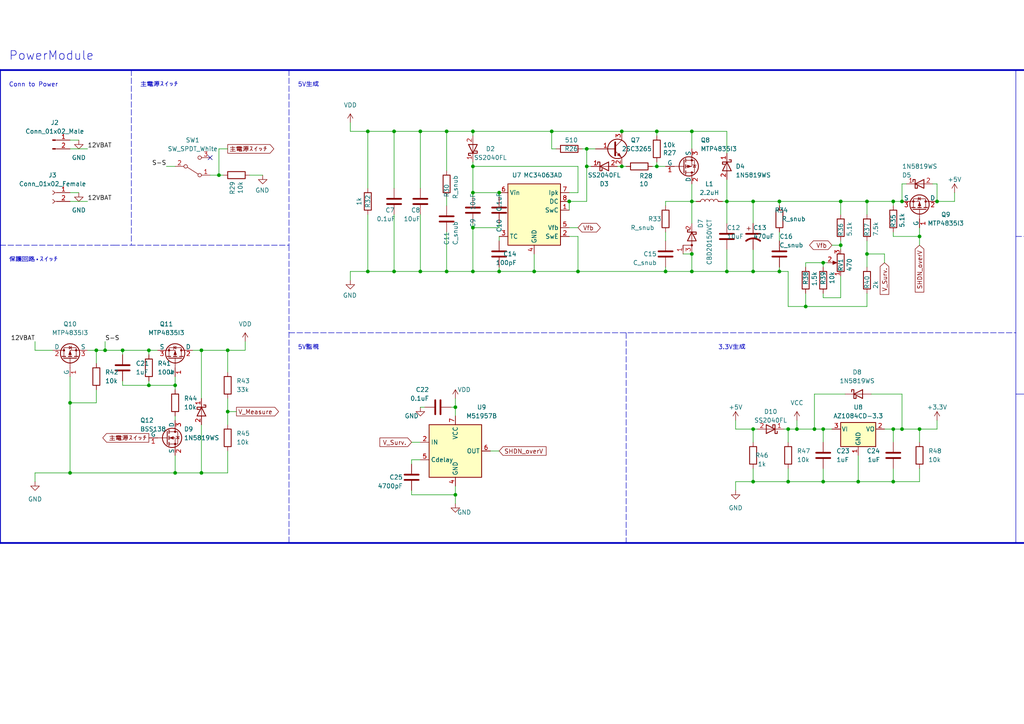
<source format=kicad_sch>
(kicad_sch (version 20230121) (generator eeschema)
  (paper "A4")
  (lib_symbols
    (symbol "Connector:Conn_01x02_Female" (pin_names (offset 1.016) hide)
      (property "Reference" "J" (at 0 2.54 0))
      (property "Value" "Conn_01x02_Female" (at 0 -5.08 0))
      (symbol "Conn_01x02_Female_1_1"
        (pin passive line (at -5.08 0 0) (length 3.81) (name "Pin_1") (number "1"))
        (pin passive line (at -5.08 -2.54 0) (length 3.81) (name "Pin_2") (number "2"))
      )
    )
    (symbol "Connector:Conn_01x02_Male" (pin_names (offset 1.016) hide)
      (property "Reference" "J" (at 0 2.54 0))
      (property "Value" "Conn_01x02_Male" (at 0 -5.08 0))
      (symbol "Conn_01x02_Male_1_1"
        (pin passive line (at 5.08 0 180) (length 3.81) (name "Pin_1") (number "1"))
        (pin passive line (at 5.08 -2.54 180) (length 3.81) (name "Pin_2") (number "2"))
      )
    )
    (symbol "Connector:TestPoint" (pin_numbers hide) (pin_names (offset 0.762) hide)
      (property "Reference" "TP" (at 0 6.858 0))
      (property "Value" "TestPoint" (at 0 5.08 0))
      (symbol "TestPoint_1_1"
        (pin passive line (at 0 0 90) (length 2.54) (name "1") (number "1"))
      )
    )
    (symbol "D_Schottky_1" (pin_names (offset 1.016) hide)
      (property "Reference" "D" (at 0 2.54 0))
      (property "Value" "D_Schottky_1" (at 0 -2.54 0))
      (symbol "D_Schottky_1_1_1"
        (pin passive line (at -3.81 0 0) (length 2.54) (name "K") (number "1"))
        (pin passive line (at 3.81 0 180) (length 2.54) (name "A") (number "2"))
      )
    )
    (symbol "D_Schottky_3" (pin_numbers hide) (pin_names (offset 1.016) hide)
      (property "Reference" "D" (at 0 2.54 0))
      (property "Value" "D_Schottky_3" (at 0 -2.54 0))
      (symbol "D_Schottky_3_1_1"
        (pin passive line (at -3.81 0 0) (length 2.54) (name "K") (number "1"))
        (pin passive line (at 3.81 0 180) (length 2.54) (name "A") (number "2"))
      )
    )
    (symbol "Device:C" (pin_numbers hide) (pin_names (offset 0.254))
      (property "Reference" "C" (at 0.635 2.54 0))
      (property "Value" "C" (at 0.635 -2.54 0))
      (symbol "C_1_1"
        (pin passive line (at 0 3.81 270) (length 2.794) (name "~") (number "1"))
        (pin passive line (at 0 -3.81 90) (length 2.794) (name "~") (number "2"))
      )
    )
    (symbol "Device:C_Polarized" (pin_numbers hide) (pin_names (offset 0.254))
      (property "Reference" "C" (at 0.635 2.54 0))
      (property "Value" "C_Polarized" (at 0.635 -2.54 0))
      (symbol "C_Polarized_1_1"
        (pin passive line (at 0 3.81 270) (length 2.794) (name "~") (number "1"))
        (pin passive line (at 0 -3.81 90) (length 2.794) (name "~") (number "2"))
      )
    )
    (symbol "Device:C_Polarized_US" (pin_numbers hide) (pin_names (offset 0.254) hide)
      (property "Reference" "C" (at 0.635 2.54 0))
      (property "Value" "C_Polarized_US" (at 0.635 -2.54 0))
      (symbol "C_Polarized_US_1_1"
        (pin passive line (at 0 3.81 270) (length 2.794) (name "~") (number "1"))
        (pin passive line (at 0 -3.81 90) (length 3.302) (name "~") (number "2"))
      )
    )
    (symbol "Device:D_Schottky" (pin_names (offset 1.016) hide)
      (property "Reference" "D" (at 0 2.54 0))
      (property "Value" "D_Schottky" (at 0 -2.54 0))
      (symbol "D_Schottky_1_1"
        (pin passive line (at -3.81 0 0) (length 2.54) (name "K") (number "1"))
        (pin passive line (at 3.81 0 180) (length 2.54) (name "A") (number "2"))
      )
    )
    (symbol "Device:D_Schottky_AKA" (pin_names (offset 0) hide)
      (property "Reference" "D" (at 0 2.54 0))
      (property "Value" "D_Schottky_AKA" (at 0 -2.54 0))
      (symbol "D_Schottky_AKA_1_1"
        (pin input line (at 5.08 2.54 180) (length 2.54) (name "A") (number "1"))
        (pin passive line (at -3.81 0 0) (length 2.54) (name "K") (number "2"))
        (pin passive line (at 5.08 0 180) (length 2.54) (name "A") (number "3"))
      )
    )
    (symbol "Device:L" (pin_numbers hide) (pin_names (offset 1.016) hide)
      (property "Reference" "L" (at -1.27 0 90))
      (property "Value" "L" (at 1.905 0 90))
      (symbol "L_1_1"
        (pin passive line (at 0 3.81 270) (length 1.27) (name "1") (number "1"))
        (pin passive line (at 0 -3.81 90) (length 1.27) (name "2") (number "2"))
      )
    )
    (symbol "Device:LED" (pin_numbers hide) (pin_names (offset 1.016) hide)
      (property "Reference" "D" (at 0 2.54 0))
      (property "Value" "LED" (at 0 -2.54 0))
      (symbol "LED_1_1"
        (pin passive line (at -3.81 0 0) (length 2.54) (name "K") (number "1"))
        (pin passive line (at 3.81 0 180) (length 2.54) (name "A") (number "2"))
      )
    )
    (symbol "Device:Q_NPN_BEC" (pin_names (offset 0) hide)
      (property "Reference" "Q" (at 5.08 1.27 0))
      (property "Value" "Q_NPN_BEC" (at 5.08 -1.27 0))
      (symbol "Q_NPN_BEC_1_1"
        (pin input line (at -5.08 0 0) (length 5.715) (name "B") (number "1"))
        (pin passive line (at 2.54 -5.08 90) (length 2.54) (name "E") (number "2"))
        (pin passive line (at 2.54 5.08 270) (length 2.54) (name "C") (number "3"))
      )
    )
    (symbol "Device:Q_PMOS_GDS" (pin_names (offset 0))
      (property "Reference" "Q" (at 5.08 1.27 0))
      (property "Value" "Q_PMOS_GDS" (at 5.08 -1.27 0))
      (symbol "Q_PMOS_GDS_1_1"
        (pin input line (at -5.08 0 0) (length 2.54) (name "G") (number "1"))
        (pin passive line (at 2.54 5.08 270) (length 2.54) (name "D") (number "2"))
        (pin passive line (at 2.54 -5.08 90) (length 2.54) (name "S") (number "3"))
      )
    )
    (symbol "Device:R" (pin_numbers hide) (pin_names (offset 0))
      (property "Reference" "R" (at 2.032 0 90))
      (property "Value" "R" (at 0 0 90))
      (symbol "R_1_1"
        (pin passive line (at 0 3.81 270) (length 1.27) (name "~") (number "1"))
        (pin passive line (at 0 -3.81 90) (length 1.27) (name "~") (number "2"))
      )
    )
    (symbol "Device:R_Potentiometer" (pin_names (offset 1.016) hide)
      (property "Reference" "RV" (at -4.445 0 90))
      (property "Value" "R_Potentiometer" (at -2.54 0 90))
      (symbol "R_Potentiometer_1_1"
        (pin passive line (at 0 3.81 270) (length 1.27) (name "1") (number "1"))
        (pin passive line (at 3.81 0 180) (length 1.27) (name "2") (number "2"))
        (pin passive line (at 0 -3.81 90) (length 1.27) (name "3") (number "3"))
      )
    )
    (symbol "Q_NMOS_GSD_1" (pin_names (offset 0))
      (property "Reference" "Q" (at 5.08 1.27 0))
      (property "Value" "Q_NMOS_GSD_1" (at 5.08 -1.27 0))
      (symbol "Q_NMOS_GSD_1_1_1"
        (pin input line (at -5.08 0 0) (length 2.54) (name "G") (number "1"))
        (pin passive line (at 2.54 -5.08 90) (length 2.54) (name "S") (number "2"))
        (pin passive line (at 2.54 5.08 270) (length 2.54) (name "D") (number "3"))
      )
    )
    (symbol "Regulator_Linear:AMS1117CD-3.3" (pin_names (offset 0.254))
      (property "Reference" "U" (at -3.81 3.175 0))
      (property "Value" "AMS1117CD-3.3" (at 0 3.175 0))
      (symbol "AMS1117CD-3.3_1_1"
        (pin power_in line (at 0 -7.62 90) (length 2.54) (name "GND") (number "1"))
        (pin power_out line (at 7.62 0 180) (length 2.54) (name "VO") (number "2"))
        (pin power_in line (at -7.62 0 0) (length 2.54) (name "VI") (number "3"))
      )
    )
    (symbol "Regulator_Switching:MC34063AD"
      (property "Reference" "U1" (at 0 12.7 0))
      (property "Value" "MC34063AD" (at 0 10.16 0))
      (symbol "MC34063AD_1_1"
        (pin open_collector line (at 10.16 0 180) (length 2.54) (name "SwC") (number "1"))
        (pin open_emitter line (at 10.16 -7.62 180) (length 2.54) (name "SwE") (number "2"))
        (pin passive line (at -10.16 -7.62 0) (length 2.54) (name "TC") (number "3"))
        (pin power_in line (at 0 -12.7 90) (length 2.54) (name "GND") (number "4"))
        (pin input line (at 10.16 -5.08 180) (length 2.54) (name "Vfb") (number "5"))
        (pin power_in line (at -10.16 5.08 0) (length 2.54) (name "Vin") (number "6"))
        (pin input line (at 10.16 5.08 180) (length 2.54) (name "Ipk") (number "7"))
        (pin open_collector line (at 10.16 2.54 180) (length 2.54) (name "DC") (number "8"))
      )
    )
    (symbol "Switch:SW_SPDT" (pin_names (offset 0) hide)
      (property "Reference" "SW" (at 0 4.318 0))
      (property "Value" "SW_SPDT" (at 0 -5.08 0))
      (symbol "SW_SPDT_1_1"
        (pin passive line (at 5.08 2.54 180) (length 2.54) (name "A") (number "1"))
        (pin passive line (at -5.08 0 0) (length 2.54) (name "B") (number "2"))
        (pin passive line (at 5.08 -2.54 180) (length 2.54) (name "C") (number "3"))
      )
    )
    (symbol "Voltage_Supervisor:M51957B"
      (property "Reference" "U" (at -7.62 6.35 0))
      (property "Value" "M51957B" (at 1.27 6.35 0))
      (symbol "M51957B_0_0"
        (pin bidirectional line (at -10.16 -5.08 0) (length 2.54) (name "Cdelay") (number "5"))
        (pin bidirectional line (at 10.16 -2.54 180) (length 2.54) (name "OUT") (number "6"))
        (pin bidirectional line (at 0 7.62 270) (length 2.54) (name "VCC") (number "7"))
        (pin no_connect line (at 10.16 -5.08 180) (length 2.54) hide (name "NC") (number "8"))
      )
      (symbol "M51957B_1_1"
        (pin no_connect line (at 10.16 0 180) (length 2.54) hide (name "NC") (number "1"))
        (pin bidirectional line (at -10.16 0 0) (length 2.54) (name "IN") (number "2"))
        (pin no_connect line (at 10.16 2.54 180) (length 2.54) hide (name "NC") (number "3"))
        (pin bidirectional line (at 0 -12.7 90) (length 2.54) (name "GND") (number "4"))
      )
    )
    (symbol "power:+3.3V" (power) (pin_names (offset 0))
      (property "Value" "+3.3V" (at 0 3.556 0))
      (symbol "+3.3V_1_1"
        (pin power_in line (at 0 0 90) (length 0) hide (name "+3.3V") (number "1"))
      )
    )
    (symbol "power:+5V" (power) (pin_names (offset 0))
      (property "Value" "+5V" (at 0 3.556 0))
      (symbol "+5V_1_1"
        (pin power_in line (at 0 0 90) (length 0) hide (name "+5V") (number "1"))
      )
    )
    (symbol "power:GND" (power) (pin_names (offset 0))
      (property "Value" "GND" (at 0 -3.81 0))
      (symbol "GND_1_1"
        (pin power_in line (at 0 0 270) (length 0) hide (name "GND") (number "1"))
      )
    )
    (symbol "power:VCC" (power) (pin_names (offset 0))
      (property "Value" "VCC" (at 0 3.81 0))
      (symbol "VCC_1_1"
        (pin power_in line (at 0 0 90) (length 0) hide (name "VCC") (number "1"))
      )
    )
    (symbol "power:VDD" (power) (pin_names (offset 0))
      (property "Value" "VDD" (at 0 3.81 0))
      (symbol "VDD_1_1"
        (pin power_in line (at 0 0 90) (length 0) hide (name "VDD") (number "1"))
      )
    )
  )
  (junction (at 137.16 48.26))
  (junction (at 190.5 48.26))
  (junction (at 50.8 111.76))
  (junction (at 251.46 73.66))
  (junction (at 20.32 116.84))
  (junction (at 121.92 38.1))
  (junction (at 20.32 137.16))
  (junction (at 121.92 78.74))
  (junction (at 259.08 124.46))
  (junction (at 137.16 38.1))
  (junction (at 233.68 88.9))
  (junction (at 137.16 66.04))
  (junction (at 154.94 78.74))
  (junction (at 50.8 137.16))
  (junction (at 180.34 48.26))
  (junction (at 167.64 78.74))
  (junction (at 165.1 58.42))
  (junction (at 106.68 78.74))
  (junction (at 226.06 78.74))
  (junction (at 144.78 55.88))
  (junction (at 58.42 101.6))
  (junction (at 231.14 124.46))
  (junction (at 30.48 101.6))
  (junction (at 226.06 58.42))
  (junction (at 238.76 76.2))
  (junction (at 266.7 124.46))
  (junction (at 160.02 38.1))
  (junction (at 243.84 71.12))
  (junction (at 58.42 137.16))
  (junction (at 43.18 111.76))
  (junction (at 43.18 101.6))
  (junction (at 66.04 101.6))
  (junction (at 63.5 50.8))
  (junction (at 66.04 119.38))
  (junction (at 200.66 73.66))
  (junction (at 238.76 139.7))
  (junction (at 137.16 78.74))
  (junction (at 228.6 139.7))
  (junction (at 132.08 118.11))
  (junction (at 210.82 78.74))
  (junction (at 218.44 139.7))
  (junction (at 193.04 78.74))
  (junction (at 137.16 55.88))
  (junction (at 144.78 78.74))
  (junction (at 106.68 38.1))
  (junction (at 238.76 124.46))
  (junction (at 200.66 58.42))
  (junction (at 271.78 58.42))
  (junction (at 200.66 38.1))
  (junction (at 180.34 38.1))
  (junction (at 129.54 38.1))
  (junction (at 251.46 58.42))
  (junction (at 243.84 58.42))
  (junction (at 114.3 38.1))
  (junction (at 236.22 124.46))
  (junction (at 114.3 78.74))
  (junction (at 27.94 101.6))
  (junction (at 190.5 38.1))
  (junction (at 132.08 143.51))
  (junction (at 218.44 124.46))
  (junction (at 261.62 124.46))
  (junction (at 170.18 48.26))
  (junction (at 35.56 101.6))
  (junction (at 218.44 78.74))
  (junction (at 259.08 139.7))
  (junction (at 228.6 124.46))
  (junction (at 266.7 68.58))
  (junction (at 218.44 58.42))
  (junction (at 261.62 58.42))
  (junction (at 200.66 78.74))
  (junction (at 259.08 58.42))
  (junction (at 248.92 139.7))
  (junction (at 129.54 78.74))
  (junction (at 210.82 58.42))
  (junction (at 170.18 43.18))
  (no_connect (at 60.96 45.72))
  (wire (pts (xy 218.44 58.42) (xy 218.44 64.77)))
  (wire (pts (xy 226.06 58.42) (xy 243.84 58.42)))
  (wire (pts (xy 114.3 78.74) (xy 121.92 78.74)))
  (wire (pts (xy 327.66 95.25) (xy 327.66 96.52)))
  (wire (pts (xy 243.84 80.01) (xy 243.84 86.36)))
  (wire (pts (xy 50.8 109.22) (xy 50.8 111.76)))
  (wire (pts (xy 218.44 124.46) (xy 219.71 124.46)))
  (wire (pts (xy 137.16 38.1) (xy 160.02 38.1)))
  (wire (pts (xy 20.32 137.16) (xy 50.8 137.16)))
  (wire (pts (xy 218.44 124.46) (xy 218.44 128.27)))
  (polyline (pts (xy 0 71.12) (xy 33.02 71.12)) (stroke (width 0) (type dash)))
  (wire (pts (xy 193.04 59.69) (xy 193.04 58.42)))
  (wire (pts (xy 121.92 38.1) (xy 121.92 54.61)))
  (wire (pts (xy 259.08 139.7) (xy 266.7 139.7)))
  (wire (pts (xy 154.94 73.66) (xy 154.94 78.74)))
  (polyline (pts (xy 0 20.32) (xy 375.92 20.32)) (stroke (width 0.5) (type solid)))
  (wire (pts (xy 259.08 58.42) (xy 261.62 58.42)))
  (wire (pts (xy 200.66 58.42) (xy 200.66 64.77)))
  (wire (pts (xy 179.07 48.26) (xy 180.34 48.26)))
  (wire (pts (xy 101.6 78.74) (xy 106.68 78.74)))
  (wire (pts (xy 167.64 55.88) (xy 167.64 48.26)))
  (wire (pts (xy 144.78 78.74) (xy 154.94 78.74)))
  (wire (pts (xy 114.3 38.1) (xy 121.92 38.1)))
  (wire (pts (xy 132.08 115.57) (xy 132.08 118.11)))
  (wire (pts (xy 170.18 48.26) (xy 170.18 58.42)))
  (wire (pts (xy 119.38 128.27) (xy 121.92 128.27)))
  (wire (pts (xy 129.54 67.31) (xy 129.54 78.74)))
  (wire (pts (xy 218.44 139.7) (xy 218.44 135.89)))
  (wire (pts (xy 218.44 58.42) (xy 226.06 58.42)))
  (wire (pts (xy 137.16 78.74) (xy 144.78 78.74)))
  (wire (pts (xy 144.78 77.47) (xy 144.78 78.74)))
  (wire (pts (xy 160.02 38.1) (xy 160.02 43.18)))
  (wire (pts (xy 43.18 111.76) (xy 50.8 111.76)))
  (wire (pts (xy 231.14 124.46) (xy 236.22 124.46)))
  (wire (pts (xy 66.04 101.6) (xy 71.12 101.6)))
  (wire (pts (xy 236.22 124.46) (xy 238.76 124.46)))
  (wire (pts (xy 66.04 130.81) (xy 66.04 137.16)))
  (wire (pts (xy 210.82 52.07) (xy 210.82 58.42)))
  (wire (pts (xy 256.54 124.46) (xy 259.08 124.46)))
  (wire (pts (xy 72.39 50.8) (xy 76.2 50.8)))
  (wire (pts (xy 35.56 101.6) (xy 35.56 102.87)))
  (wire (pts (xy 243.84 58.42) (xy 251.46 58.42)))
  (wire (pts (xy 193.04 67.31) (xy 193.04 69.85)))
  (polyline (pts (xy 294.64 114.3) (xy 375.92 114.3)) (stroke (width 0) (type solid)))
  (wire (pts (xy 10.16 99.06) (xy 10.16 101.6)))
  (wire (pts (xy 238.76 76.2) (xy 240.03 76.2)))
  (wire (pts (xy 121.92 78.74) (xy 129.54 78.74)))
  (wire (pts (xy 228.6 135.89) (xy 228.6 139.7)))
  (wire (pts (xy 251.46 58.42) (xy 259.08 58.42)))
  (wire (pts (xy 327.66 86.36) (xy 327.66 87.63)))
  (wire (pts (xy 137.16 38.1) (xy 137.16 39.37)))
  (wire (pts (xy 200.66 78.74) (xy 210.82 78.74)))
  (polyline (pts (xy 375.92 157.48) (xy 0 157.48)) (stroke (width 0.5) (type solid)))
  (wire (pts (xy 210.82 72.39) (xy 210.82 78.74)))
  (wire (pts (xy 317.5 86.36) (xy 317.5 87.63)))
  (wire (pts (xy 106.68 38.1) (xy 106.68 54.61)))
  (wire (pts (xy 58.42 101.6) (xy 66.04 101.6)))
  (polyline (pts (xy 33.02 71.12) (xy 83.82 71.12)) (stroke (width 0) (type dash)))
  (wire (pts (xy 170.18 43.18) (xy 172.72 43.18)))
  (wire (pts (xy 137.16 66.04) (xy 144.78 66.04)))
  (wire (pts (xy 259.08 124.46) (xy 259.08 128.27)))
  (wire (pts (xy 213.36 139.7) (xy 218.44 139.7)))
  (wire (pts (xy 101.6 78.74) (xy 101.6 81.28)))
  (wire (pts (xy 170.18 58.42) (xy 165.1 58.42)))
  (wire (pts (xy 119.38 143.51) (xy 132.08 143.51)))
  (wire (pts (xy 233.68 85.09) (xy 233.68 88.9)))
  (wire (pts (xy 317.5 95.25) (xy 317.5 96.52)))
  (polyline (pts (xy 294.64 96.52) (xy 294.64 20.32)) (stroke (width 0) (type solid)))
  (wire (pts (xy 251.46 58.42) (xy 251.46 62.23)))
  (wire (pts (xy 243.84 69.85) (xy 243.84 71.12)))
  (wire (pts (xy 358.14 137.16) (xy 363.22 137.16)))
  (wire (pts (xy 198.12 73.66) (xy 200.66 73.66)))
  (wire (pts (xy 251.46 73.66) (xy 256.54 73.66)))
  (wire (pts (xy 43.18 101.6) (xy 43.18 102.87)))
  (wire (pts (xy 35.56 111.76) (xy 43.18 111.76)))
  (wire (pts (xy 337.82 95.25) (xy 337.82 96.52)))
  (wire (pts (xy 193.04 77.47) (xy 193.04 78.74)))
  (wire (pts (xy 200.66 38.1) (xy 200.66 43.18)))
  (wire (pts (xy 132.08 143.51) (xy 132.08 146.05)))
  (wire (pts (xy 144.78 57.15) (xy 144.78 55.88)))
  (wire (pts (xy 167.64 78.74) (xy 193.04 78.74)))
  (wire (pts (xy 137.16 48.26) (xy 137.16 55.88)))
  (wire (pts (xy 30.48 101.6) (xy 35.56 101.6)))
  (wire (pts (xy 121.92 38.1) (xy 129.54 38.1)))
  (wire (pts (xy 200.66 78.74) (xy 200.66 73.66)))
  (wire (pts (xy 218.44 78.74) (xy 226.06 78.74)))
  (wire (pts (xy 213.36 139.7) (xy 213.36 142.24)))
  (wire (pts (xy 106.68 78.74) (xy 114.3 78.74)))
  (wire (pts (xy 266.7 66.04) (xy 266.7 68.58)))
  (wire (pts (xy 271.78 121.92) (xy 271.78 124.46)))
  (wire (pts (xy 210.82 58.42) (xy 210.82 64.77)))
  (wire (pts (xy 58.42 123.19) (xy 58.42 137.16)))
  (wire (pts (xy 50.8 111.76) (xy 50.8 113.03)))
  (wire (pts (xy 243.84 62.23) (xy 243.84 58.42)))
  (wire (pts (xy 137.16 46.99) (xy 137.16 48.26)))
  (wire (pts (xy 190.5 38.1) (xy 200.66 38.1)))
  (wire (pts (xy 233.68 76.2) (xy 233.68 77.47)))
  (wire (pts (xy 114.3 38.1) (xy 114.3 54.61)))
  (wire (pts (xy 50.8 137.16) (xy 58.42 137.16)))
  (wire (pts (xy 226.06 59.69) (xy 226.06 58.42)))
  (wire (pts (xy 251.46 88.9) (xy 233.68 88.9)))
  (wire (pts (xy 259.08 135.89) (xy 259.08 139.7)))
  (wire (pts (xy 35.56 110.49) (xy 35.56 111.76)))
  (wire (pts (xy 259.08 124.46) (xy 261.62 124.46)))
  (wire (pts (xy 114.3 62.23) (xy 114.3 78.74)))
  (wire (pts (xy 119.38 142.24) (xy 119.38 143.51)))
  (wire (pts (xy 137.16 48.26) (xy 167.64 48.26)))
  (wire (pts (xy 60.96 50.8) (xy 63.5 50.8)))
  (wire (pts (xy 180.34 48.26) (xy 181.61 48.26)))
  (wire (pts (xy 66.04 115.57) (xy 66.04 119.38)))
  (wire (pts (xy 271.78 53.34) (xy 271.78 58.42)))
  (wire (pts (xy 238.76 124.46) (xy 238.76 128.27)))
  (wire (pts (xy 213.36 121.92) (xy 213.36 124.46)))
  (wire (pts (xy 48.26 48.26) (xy 50.8 48.26)))
  (wire (pts (xy 130.81 118.11) (xy 132.08 118.11)))
  (wire (pts (xy 180.34 38.1) (xy 190.5 38.1)))
  (wire (pts (xy 322.58 53.34) (xy 326.39 53.34)))
  (wire (pts (xy 347.98 95.25) (xy 347.98 96.52)))
  (wire (pts (xy 270.51 53.34) (xy 271.78 53.34)))
  (wire (pts (xy 43.18 110.49) (xy 43.18 111.76)))
  (wire (pts (xy 259.08 68.58) (xy 266.7 68.58)))
  (wire (pts (xy 193.04 48.26) (xy 190.5 48.26)))
  (wire (pts (xy 210.82 58.42) (xy 218.44 58.42)))
  (wire (pts (xy 251.46 69.85) (xy 251.46 73.66)))
  (wire (pts (xy 190.5 46.99) (xy 190.5 48.26)))
  (wire (pts (xy 137.16 55.88) (xy 137.16 57.15)))
  (wire (pts (xy 231.14 121.92) (xy 231.14 124.46)))
  (wire (pts (xy 337.82 134.62) (xy 337.82 137.16)))
  (wire (pts (xy 210.82 44.45) (xy 210.82 38.1)))
  (wire (pts (xy 228.6 124.46) (xy 231.14 124.46)))
  (wire (pts (xy 165.1 66.04) (xy 167.64 66.04)))
  (wire (pts (xy 189.23 48.26) (xy 190.5 48.26)))
  (wire (pts (xy 27.94 113.03) (xy 27.94 116.84)))
  (polyline (pts (xy 294.64 96.52) (xy 294.64 157.48)) (stroke (width 0) (type solid)))
  (wire (pts (xy 50.8 132.08) (xy 50.8 137.16)))
  (wire (pts (xy 226.06 67.31) (xy 226.06 69.85)))
  (wire (pts (xy 347.98 86.36) (xy 347.98 87.63)))
  (wire (pts (xy 129.54 38.1) (xy 129.54 49.53)))
  (wire (pts (xy 167.64 68.58) (xy 167.64 78.74)))
  (wire (pts (xy 165.1 60.96) (xy 165.1 58.42)))
  (wire (pts (xy 144.78 68.58) (xy 144.78 69.85)))
  (wire (pts (xy 190.5 38.1) (xy 190.5 39.37)))
  (wire (pts (xy 137.16 66.04) (xy 137.16 78.74)))
  (polyline (pts (xy 83.82 20.32) (xy 83.82 71.12)) (stroke (width 0) (type dash)))
  (wire (pts (xy 233.68 88.9) (xy 228.6 88.9)))
  (wire (pts (xy 27.94 116.84) (xy 20.32 116.84)))
  (wire (pts (xy 142.24 130.81) (xy 144.78 130.81)))
  (polyline (pts (xy 38.1 20.32) (xy 38.1 71.12)) (stroke (width 0) (type dash)))
  (wire (pts (xy 66.04 119.38) (xy 68.58 119.38)))
  (polyline (pts (xy 181.61 96.52) (xy 181.61 157.48)) (stroke (width 0) (type dash)))
  (wire (pts (xy 261.62 114.3) (xy 261.62 124.46)))
  (wire (pts (xy 261.62 53.34) (xy 261.62 58.42)))
  (wire (pts (xy 63.5 43.18) (xy 63.5 50.8)))
  (polyline (pts (xy 294.64 68.58) (xy 375.92 68.58)) (stroke (width 0) (type dash)))
  (wire (pts (xy 226.06 78.74) (xy 228.6 78.74)))
  (wire (pts (xy 266.7 135.89) (xy 266.7 139.7)))
  (wire (pts (xy 213.36 124.46) (xy 218.44 124.46)))
  (wire (pts (xy 344.17 53.34) (xy 347.98 53.34)))
  (wire (pts (xy 256.54 73.66) (xy 256.54 76.2)))
  (wire (pts (xy 170.18 48.26) (xy 171.45 48.26)))
  (wire (pts (xy 210.82 78.74) (xy 218.44 78.74)))
  (wire (pts (xy 193.04 58.42) (xy 200.66 58.42)))
  (wire (pts (xy 238.76 139.7) (xy 248.92 139.7)))
  (wire (pts (xy 160.02 43.18) (xy 161.29 43.18)))
  (wire (pts (xy 261.62 124.46) (xy 266.7 124.46)))
  (wire (pts (xy 317.5 134.62) (xy 317.5 137.16)))
  (wire (pts (xy 344.17 38.1) (xy 347.98 38.1)))
  (wire (pts (xy 334.01 53.34) (xy 336.55 53.34)))
  (wire (pts (xy 248.92 132.08) (xy 248.92 139.7)))
  (wire (pts (xy 243.84 71.12) (xy 241.3 71.12)))
  (wire (pts (xy 271.78 58.42) (xy 276.86 58.42)))
  (wire (pts (xy 63.5 50.8) (xy 64.77 50.8)))
  (wire (pts (xy 259.08 67.31) (xy 259.08 68.58)))
  (wire (pts (xy 58.42 137.16) (xy 66.04 137.16)))
  (wire (pts (xy 137.16 66.04) (xy 137.16 64.77)))
  (wire (pts (xy 160.02 38.1) (xy 180.34 38.1)))
  (wire (pts (xy 236.22 114.3) (xy 245.11 114.3)))
  (wire (pts (xy 251.46 73.66) (xy 251.46 77.47)))
  (wire (pts (xy 238.76 86.36) (xy 238.76 85.09)))
  (wire (pts (xy 106.68 38.1) (xy 114.3 38.1)))
  (wire (pts (xy 276.86 55.88) (xy 276.86 58.42)))
  (wire (pts (xy 168.91 43.18) (xy 170.18 43.18)))
  (wire (pts (xy 119.38 133.35) (xy 121.92 133.35)))
  (wire (pts (xy 262.89 53.34) (xy 261.62 53.34)))
  (wire (pts (xy 20.32 109.22) (xy 20.32 116.84)))
  (wire (pts (xy 30.48 99.06) (xy 30.48 101.6)))
  (wire (pts (xy 238.76 124.46) (xy 241.3 124.46)))
  (wire (pts (xy 66.04 101.6) (xy 66.04 107.95)))
  (wire (pts (xy 20.32 116.84) (xy 20.32 137.16)))
  (wire (pts (xy 66.04 43.18) (xy 63.5 43.18)))
  (wire (pts (xy 200.66 58.42) (xy 201.93 58.42)))
  (wire (pts (xy 101.6 38.1) (xy 106.68 38.1)))
  (wire (pts (xy 10.16 137.16) (xy 10.16 139.7)))
  (wire (pts (xy 266.7 124.46) (xy 271.78 124.46)))
  (wire (pts (xy 167.64 78.74) (xy 154.94 78.74)))
  (wire (pts (xy 238.76 135.89) (xy 238.76 139.7)))
  (polyline (pts (xy 83.82 71.12) (xy 83.82 157.48)) (stroke (width 0) (type dash)))
  (wire (pts (xy 228.6 139.7) (xy 238.76 139.7)))
  (wire (pts (xy 144.78 64.77) (xy 144.78 66.04)))
  (wire (pts (xy 327.66 134.62) (xy 327.66 137.16)))
  (wire (pts (xy 20.32 43.18) (xy 25.4 43.18)))
  (wire (pts (xy 170.18 43.18) (xy 170.18 48.26)))
  (wire (pts (xy 20.32 58.42) (xy 25.4 58.42)))
  (polyline (pts (xy 83.82 96.52) (xy 294.64 96.52)) (stroke (width 0) (type dash)))
  (wire (pts (xy 228.6 88.9) (xy 228.6 78.74)))
  (wire (pts (xy 251.46 85.09) (xy 251.46 88.9)))
  (wire (pts (xy 71.12 99.06) (xy 71.12 101.6)))
  (wire (pts (xy 20.32 40.64) (xy 22.86 40.64)))
  (wire (pts (xy 58.42 101.6) (xy 58.42 115.57)))
  (wire (pts (xy 27.94 101.6) (xy 27.94 105.41)))
  (wire (pts (xy 266.7 68.58) (xy 266.7 71.12)))
  (wire (pts (xy 35.56 101.6) (xy 43.18 101.6)))
  (wire (pts (xy 347.98 134.62) (xy 347.98 137.16)))
  (wire (pts (xy 10.16 101.6) (xy 15.24 101.6)))
  (wire (pts (xy 200.66 53.34) (xy 200.66 58.42)))
  (wire (pts (xy 25.4 101.6) (xy 27.94 101.6)))
  (wire (pts (xy 266.7 124.46) (xy 266.7 128.27)))
  (wire (pts (xy 165.1 68.58) (xy 167.64 68.58)))
  (wire (pts (xy 20.32 137.16) (xy 10.16 137.16)))
  (wire (pts (xy 193.04 78.74) (xy 200.66 78.74)))
  (wire (pts (xy 119.38 134.62) (xy 119.38 133.35)))
  (wire (pts (xy 129.54 38.1) (xy 137.16 38.1)))
  (wire (pts (xy 210.82 38.1) (xy 200.66 38.1)))
  (wire (pts (xy 129.54 57.15) (xy 129.54 59.69)))
  (wire (pts (xy 252.73 114.3) (xy 261.62 114.3)))
  (wire (pts (xy 228.6 139.7) (xy 218.44 139.7)))
  (wire (pts (xy 101.6 35.56) (xy 101.6 38.1)))
  (wire (pts (xy 50.8 120.65) (xy 50.8 121.92)))
  (wire (pts (xy 121.92 118.11) (xy 123.19 118.11)))
  (wire (pts (xy 322.58 38.1) (xy 326.39 38.1)))
  (wire (pts (xy 209.55 58.42) (xy 210.82 58.42)))
  (wire (pts (xy 20.32 55.88) (xy 22.86 55.88)))
  (wire (pts (xy 259.08 58.42) (xy 259.08 59.69)))
  (wire (pts (xy 132.08 118.11) (xy 132.08 120.65)))
  (wire (pts (xy 106.68 62.23) (xy 106.68 78.74)))
  (wire (pts (xy 243.84 71.12) (xy 243.84 72.39)))
  (wire (pts (xy 218.44 78.74) (xy 218.44 72.39)))
  (wire (pts (xy 248.92 139.7) (xy 259.08 139.7)))
  (wire (pts (xy 243.84 86.36) (xy 238.76 86.36)))
  (wire (pts (xy 27.94 101.6) (xy 30.48 101.6)))
  (wire (pts (xy 121.92 62.23) (xy 121.92 78.74)))
  (wire (pts (xy 43.18 101.6) (xy 45.72 101.6)))
  (wire (pts (xy 337.82 86.36) (xy 337.82 87.63)))
  (polyline (pts (xy 0 157.48) (xy 0 20.32)) (stroke (width 0.5) (type solid)))
  (wire (pts (xy 137.16 55.88) (xy 144.78 55.88)))
  (wire (pts (xy 228.6 124.46) (xy 228.6 128.27)))
  (wire (pts (xy 236.22 114.3) (xy 236.22 124.46)))
  (wire (pts (xy 55.88 101.6) (xy 58.42 101.6)))
  (wire (pts (xy 66.04 119.38) (xy 66.04 123.19)))
  (wire (pts (xy 132.08 140.97) (xy 132.08 143.51)))
  (wire (pts (xy 226.06 77.47) (xy 226.06 78.74)))
  (polyline (pts (xy 375.92 20.32) (xy 375.92 157.48)) (stroke (width 0.5) (type solid)))
  (wire (pts (xy 129.54 78.74) (xy 137.16 78.74)))
  (wire (pts (xy 227.33 124.46) (xy 228.6 124.46)))
  (wire (pts (xy 238.76 76.2) (xy 238.76 77.47)))
  (wire (pts (xy 334.01 38.1) (xy 336.55 38.1)))
  (wire (pts (xy 167.64 55.88) (xy 165.1 55.88)))
  (wire (pts (xy 233.68 76.2) (xy 238.76 76.2)))
  (text "Capacitor" (at 297.18 73.66 0) (effects (font (size 1.27 1.27)) (justify left bottom)))
  (text "TestPoint" (at 297.18 119.38 0) (effects (font (size 1.27 1.27)) (justify left bottom)))
  (text "保護回路・スイッチ" (at 2.54 76.2 0) (effects (font (size 1.27 1.27)) (justify left bottom)))
  (text "5V生成" (at 86.36 25.4 0) (effects (font (size 1.27 1.27)) (justify left bottom)))
  (text "PowerModule" (at 2.54 17.78 0) (effects (font (size 2.54 2.54)) (justify left bottom)))
  (text "5V監視" (at 86.36 101.6 0) (effects (font (size 1.27 1.27)) (justify left bottom)))
  (text "主電源スイッチ" (at 40.64 25.4 0) (effects (font (size 1.27 1.27)) (justify left bottom)))
  (text "インジケーターLED" (at 297.18 25.4 0) (effects (font (size 1.27 1.27)) (justify left bottom)))
  (text "3.3V生成" (at 208.28 101.6 0) (effects (font (size 1.27 1.27)) (justify left bottom)))
  (text "Conn to Power" (at 2.54 25.4 0) (effects (font (size 1.27 1.27)) (justify left bottom)))
  (label "12VBAT" (at 10.16 99.06 180))
  (label "12VBAT" (at 25.4 43.18 0))
  (label "12VBAT" (at 25.4 58.42 0))
  (label "S-S" (at 30.48 99.06 0))
  (label "S-S" (at 48.26 48.26 180))
  (global_label "V_Surv." (shape input) (at 119.38 128.27 180) (property "Intersheetrefs" "${INTERSHEET_REFS}" (effects hide)))
  (global_label "V_Surv." (shape input) (at 256.54 76.2 270) (property "Intersheetrefs" "${INTERSHEET_REFS}" (effects hide)))
  (global_label "SHDN_overV" (shape input) (at 266.7 71.12 270) (property "Intersheetrefs" "${INTERSHEET_REFS}" (effects hide)))
  (global_label "V_Measure" (shape output) (at 68.58 119.38 0) (property "Intersheetrefs" "${INTERSHEET_REFS}" (effects hide)))
  (global_label "SHDN_overV" (shape input) (at 144.78 130.81 0) (property "Intersheetrefs" "${INTERSHEET_REFS}" (effects hide)))
  (global_label "主電源スイッチ" (shape output) (at 43.18 127 180) (property "Intersheetrefs" "${INTERSHEET_REFS}" (effects hide)))
  (global_label "Vfb" (shape bidirectional) (at 241.3 71.12 180) (property "Intersheetrefs" "${INTERSHEET_REFS}" (effects hide)))
  (global_label "Vfb" (shape bidirectional) (at 167.64 66.04 0) (property "Intersheetrefs" "${INTERSHEET_REFS}" (effects hide)))
  (global_label "主電源スイッチ" (shape output) (at 66.04 43.18 0) (property "Intersheetrefs" "${INTERSHEET_REFS}" (effects hide)))
  (symbol (lib_name "Q_NMOS_GSD_1") (lib_id "Device:Q_NMOS_GSD") (at 48.26 127 0) (unit 1)
    (property "Reference" "Q12" (at 40.64 121.92 0) (effects (justify left)))
    (property "Value" "BSS138" (at 40.64 124.46 0) (effects (justify left)))
    (property "Footprint" "Package_TO_SOT_SMD:SOT-23" (effects hide))
  )
  (symbol (lib_id "power:+3.3V") (at 271.78 121.92 0) (unit 1)
    (property "Reference" "#PWR044" (effects hide))
    (property "Value" "+3.3V" (at 271.78 118.11 0))
  )
  (symbol (lib_id "Connector:TestPoint") (at 327.66 137.16 180) (unit 1)
    (property "Reference" "TP2" (at 327.66 144.78 0) (effects (justify left)))
    (property "Value" "TestPoint" (at 327.66 142.24 0) (effects (justify left)))
    (property "Footprint" "TestPoint:TestPoint_THTPad_D2.0mm_Drill1.0mm" (effects hide))
  )
  (symbol (lib_id "Switch:SW_SPDT") (at 55.88 48.26 0) (mirror x) (unit 1)
    (property "Reference" "SW1" (at 55.88 40.64 0))
    (property "Value" "SW_SPDT_White" (at 55.88 43.18 0))
    (property "Footprint" "Slide_Switch:SW_Slide_SPDT_White" (effects hide))
  )
  (symbol (lib_id "Device:D_Schottky_AKA") (at 200.66 68.58 90) (mirror x) (unit 1)
    (property "Reference" "D7" (at 203.2 63.5 0) (effects (justify left)))
    (property "Value" "CBD20150VCT" (at 205.74 63.5 0) (effects (justify left)))
    (property "Footprint" "Package_TO_SOT_THT:TO-220-3_Horizontal_TabDown" (effects hide))
  )
  (symbol (lib_id "Device:R") (at 330.2 38.1 270) (mirror x) (unit 1)
    (property "Reference" "R25" (at 330.2 43.18 90))
    (property "Value" "1k" (at 330.2 40.64 90))
    (property "Footprint" "Resistor_SMD:R_0402_1005Metric" (effects hide))
  )
  (symbol (lib_id "Device:C_Polarized_US") (at 218.44 68.58 0) (unit 1)
    (property "Reference" "C13" (at 218.44 66.04 0) (effects (justify left)))
    (property "Value" "470uF" (at 218.44 68.58 0) (effects (justify left)))
    (property "Footprint" "Capacitor_THT:CP_Radial_D10.0mm_P2.50mm_P5.00mm" (effects hide))
  )
  (symbol (lib_name "D_Schottky_3") (lib_id "Device:D_Schottky") (at 248.92 114.3 0) (unit 1)
    (property "Reference" "D8" (at 248.6025 107.95 0))
    (property "Value" "1N5819WS" (at 248.6025 110.49 0))
    (property "Footprint" "Diode_SMD:D_SOD-323_HandSoldering" (effects hide))
  )
  (symbol (lib_id "Regulator_Switching:MC34063AD") (at 154.94 60.96 0) (unit 1)
    (property "Reference" "U7" (at 149.86 50.8 0))
    (property "Value" "MC34063AD" (at 157.48 50.8 0))
    (property "Footprint" "Package_SO:SOIC-8_3.9x4.9mm_P1.27mm" (effects hide))
    (property "Datasheet" "http://www.onsemi.com/pub_link/Collateral/MC34063A-D.PDF" (effects hide))
  )
  (symbol (lib_id "power:GND") (at 317.5 96.52 0) (mirror y) (unit 1)
    (property "Reference" "#PWR035" (effects hide))
    (property "Value" "GND" (at 317.5 101.6 0))
  )
  (symbol (lib_id "Device:C") (at 144.78 73.66 0) (mirror x) (unit 1)
    (property "Reference" "C14" (at 149.86 73.66 0) (effects (justify right)))
    (property "Value" "100pF" (at 149.86 76.2 0) (effects (justify right)))
    (property "Footprint" "Capacitor_SMD:C_0603_1608Metric" (effects hide))
  )
  (symbol (lib_id "Device:C") (at 193.04 73.66 0) (mirror x) (unit 1)
    (property "Reference" "C15" (at 190.5 73.66 0) (effects (justify right)))
    (property "Value" "C_snub" (at 190.5 76.2 0) (effects (justify right)))
    (property "Footprint" "Capacitor_SMD:C_0603_1608Metric" (effects hide))
  )
  (symbol (lib_id "Device:C_Polarized") (at 337.82 91.44 0) (unit 1)
    (property "Reference" "C19" (at 340.36 91.44 0) (effects (justify left)))
    (property "Value" "470uF" (at 340.36 93.98 0) (effects (justify left)))
    (property "Footprint" "Capacitor_SMD:C_Elec_8x10.2" (effects hide))
  )
  (symbol (lib_id "power:VCC") (at 231.14 121.92 0) (mirror y) (unit 1)
    (property "Reference" "#PWR043" (effects hide))
    (property "Value" "VCC" (at 231.14 116.84 0))
  )
  (symbol (lib_id "Connector:TestPoint") (at 347.98 137.16 180) (unit 1)
    (property "Reference" "TP4" (at 347.98 144.78 0) (effects (justify left)))
    (property "Value" "TestPoint" (at 347.98 142.24 0) (effects (justify left)))
    (property "Footprint" "TestPoint:TestPoint_THTPad_D2.0mm_Drill1.0mm" (effects hide))
  )
  (symbol (lib_id "Device:L") (at 205.74 58.42 90) (unit 1)
    (property "Reference" "L1" (at 205.74 53.34 90))
    (property "Value" "2.2uH" (at 205.74 55.88 90))
    (property "Footprint" "Inductor_Power:ETQ-P4M_KVK" (effects hide))
  )
  (symbol (lib_id "Device:C") (at 119.38 138.43 0) (mirror x) (unit 1)
    (property "Reference" "C25" (at 116.84 138.43 0) (effects (justify right)))
    (property "Value" "4700pF" (at 116.84 140.97 0) (effects (justify right)))
    (property "Footprint" "Capacitor_SMD:C_0603_1608Metric" (effects hide))
  )
  (symbol (lib_id "power:GND") (at 22.86 55.88 0) (unit 1)
    (property "Reference" "#PWR028" (effects hide))
    (property "Value" "GND" (at 22.86 60.96 0))
  )
  (symbol (lib_id "Device:C") (at 259.08 132.08 0) (mirror y) (unit 1)
    (property "Reference" "C24" (at 255.27 130.8099 0) (effects (justify left)))
    (property "Value" "1uF" (at 255.27 133.3499 0) (effects (justify left)))
    (property "Footprint" "Capacitor_SMD:C_0402_1005Metric" (effects hide))
  )
  (symbol (lib_id "Device:R") (at 251.46 66.04 180) (unit 1)
    (property "Reference" "R37" (at 251.46 68.58 90) (effects (justify right)))
    (property "Value" "7.5k" (at 254 68.58 90) (effects (justify right)))
    (property "Footprint" "Resistor_SMD:R_0603_1608Metric" (effects hide))
  )
  (symbol (lib_id "Device:C_Polarized") (at 327.66 91.44 0) (unit 1)
    (property "Reference" "C18" (at 330.2 91.44 0) (effects (justify left)))
    (property "Value" "470uF" (at 330.2 93.98 0) (effects (justify left)))
    (property "Footprint" "Capacitor_SMD:C_Elec_8x10.2" (effects hide))
  )
  (symbol (lib_id "power:+5V") (at 276.86 55.88 0) (unit 1)
    (property "Reference" "#PWR029" (effects hide))
    (property "Value" "+5V" (at 276.86 52.07 0))
  )
  (symbol (lib_id "power:GND") (at 22.86 40.64 0) (unit 1)
    (property "Reference" "#PWR024" (effects hide))
    (property "Value" "GND" (at 22.86 45.72 0))
  )
  (symbol (lib_id "power:GND") (at 213.36 142.24 0) (unit 1)
    (property "Reference" "#PWR051" (effects hide))
    (property "Value" "GND" (at 213.36 147.32 0))
  )
  (symbol (lib_id "power:+5V") (at 327.66 134.62 0) (mirror y) (unit 1)
    (property "Reference" "#PWR046" (effects hide))
    (property "Value" "+5V" (at 327.66 130.81 0))
  )
  (symbol (lib_id "Device:C") (at 144.78 60.96 0) (mirror x) (unit 1)
    (property "Reference" "C10" (at 144.78 63.5 90) (effects (justify left)))
    (property "Value" "0.1uF" (at 144.78 55.88 90) (effects (justify left)))
    (property "Footprint" "Capacitor_SMD:C_0402_1005Metric" (effects hide))
  )
  (symbol (lib_id "Device:R") (at 259.08 63.5 0) (unit 1)
    (property "Reference" "R35" (at 259.08 66.04 90) (effects (justify left)))
    (property "Value" "5.1k" (at 261.62 66.04 90) (effects (justify left)))
    (property "Footprint" "Resistor_SMD:R_0402_1005Metric" (effects hide))
  )
  (symbol (lib_id "power:GND") (at 347.98 38.1 0) (mirror y) (unit 1)
    (property "Reference" "#PWR023" (effects hide))
    (property "Value" "GND" (at 348.1705 42.4307 0))
  )
  (symbol (lib_id "Device:R") (at 251.46 81.28 0) (mirror y) (unit 1)
    (property "Reference" "R40" (at 251.46 83.82 90) (effects (justify left)))
    (property "Value" "2k" (at 254 83.82 90) (effects (justify left)))
    (property "Footprint" "Resistor_SMD:R_0603_1608Metric" (effects hide))
  )
  (symbol (lib_id "power:GND") (at 347.98 96.52 0) (unit 1)
    (property "Reference" "#PWR038" (effects hide))
    (property "Value" "GND" (at 347.98 101.6 0))
  )
  (symbol (lib_id "Device:C") (at 210.82 68.58 0) (unit 1)
    (property "Reference" "C12" (at 210.82 66.04 0) (effects (justify left)))
    (property "Value" "10uF" (at 210.82 68.58 0) (effects (justify left)))
    (property "Footprint" "Capacitor_SMD:C_0805_2012Metric" (effects hide))
  )
  (symbol (lib_id "Connector:Conn_01x02_Female") (at 15.24 55.88 0) (mirror y) (unit 1)
    (property "Reference" "J3" (at 15.24 50.8 0))
    (property "Value" "Conn_01x02_Female" (at 15.24 53.34 0))
    (property "Footprint" "Connector_AMASS:AMASS_XT30PW-F_1x02_P2.50mm_Horizontal" (effects hide))
  )
  (symbol (lib_id "Device:Q_PMOS_GDS") (at 198.12 48.26 0) (mirror x) (unit 1)
    (property "Reference" "Q8" (at 203.2 40.64 0) (effects (justify left)))
    (property "Value" "MTP4835I3" (at 203.2 43.18 0) (effects (justify left)))
    (property "Footprint" "Package_TO_SOT_SMD:TO-252-2" (effects hide))
  )
  (symbol (lib_id "power:GND") (at 121.92 118.11 0) (mirror y) (unit 1)
    (property "Reference" "#PWR041" (effects hide))
    (property "Value" "GND" (at 119.38 120.65 0))
  )
  (symbol (lib_id "Device:C") (at 127 118.11 90) (mirror x) (unit 1)
    (property "Reference" "C22" (at 124.46 113.03 90) (effects (justify left)))
    (property "Value" "0.1uF" (at 124.46 115.57 90) (effects (justify left)))
    (property "Footprint" "Capacitor_SMD:C_0402_1005Metric" (effects hide))
  )
  (symbol (lib_id "Connector:TestPoint") (at 317.5 137.16 180) (unit 1)
    (property "Reference" "TP1" (at 317.5 144.78 0) (effects (justify left)))
    (property "Value" "TestPoint" (at 317.5 142.24 0) (effects (justify left)))
    (property "Footprint" "TestPoint:TestPoint_THTPad_D2.0mm_Drill1.0mm" (effects hide))
  )
  (symbol (lib_id "Device:R") (at 226.06 63.5 180) (unit 1)
    (property "Reference" "R34" (at 228.6 60.96 0) (effects (justify left)))
    (property "Value" "R_snub" (at 233.68 63.5 0) (effects (justify left)))
    (property "Footprint" "Resistor_SMD:R_0603_1608Metric" (effects hide))
  )
  (symbol (lib_id "Device:D_Schottky") (at 137.16 43.18 90) (unit 1)
    (property "Reference" "D2" (at 142.24 43.18 90))
    (property "Value" "SS2040FL" (at 142.24 45.72 90))
    (property "Footprint" "Diode_SMD:D_SOD-123" (effects hide))
  )
  (symbol (lib_id "Device:C") (at 129.54 63.5 180) (unit 1)
    (property "Reference" "C11" (at 129.54 71.12 90) (effects (justify right)))
    (property "Value" "C_snub" (at 132.08 71.12 90) (effects (justify right)))
    (property "Footprint" "Capacitor_SMD:C_0603_1608Metric" (effects hide))
  )
  (symbol (lib_id "Device:R") (at 193.04 63.5 0) (mirror x) (unit 1)
    (property "Reference" "R33" (at 187.96 63.5 0) (effects (justify left)))
    (property "Value" "R_snub" (at 182.88 66.04 0) (effects (justify left)))
    (property "Footprint" "Resistor_SMD:R_0603_1608Metric" (effects hide))
  )
  (symbol (lib_id "power:+3.3V") (at 347.98 86.36 0) (unit 1)
    (property "Reference" "#PWR034" (effects hide))
    (property "Value" "+3.3V" (at 347.98 82.55 0))
  )
  (symbol (lib_id "Device:C") (at 114.3 58.42 0) (mirror x) (unit 1)
    (property "Reference" "C7" (at 111.76 60.96 0) (effects (justify left)))
    (property "Value" "0.1uF" (at 109.22 63.5 0) (effects (justify left)))
    (property "Footprint" "Capacitor_SMD:C_0402_1005Metric" (effects hide))
  )
  (symbol (lib_id "Device:R") (at 43.18 106.68 0) (unit 1)
    (property "Reference" "R41" (at 45.72 105.4099 0) (effects (justify left)))
    (property "Value" "100k" (at 45.72 107.9499 0) (effects (justify left)))
    (property "Footprint" "Resistor_SMD:R_0402_1005Metric" (effects hide))
  )
  (symbol (lib_id "Device:C") (at 137.16 60.96 0) (mirror y) (unit 1)
    (property "Reference" "C9" (at 137.16 66.04 90) (effects (justify left)))
    (property "Value" "10uF" (at 137.16 60.96 90) (effects (justify left)))
    (property "Footprint" "Capacitor_SMD:C_0805_2012Metric" (effects hide))
  )
  (symbol (lib_id "Connector:TestPoint") (at 337.82 137.16 180) (unit 1)
    (property "Reference" "TP3" (at 337.82 144.78 0) (effects (justify left)))
    (property "Value" "TestPoint" (at 337.82 142.24 0) (effects (justify left)))
    (property "Footprint" "TestPoint:TestPoint_THTPad_D2.0mm_Drill1.0mm" (effects hide))
  )
  (symbol (lib_id "Device:R") (at 330.2 53.34 270) (mirror x) (unit 1)
    (property "Reference" "R31" (at 330.2 58.42 90))
    (property "Value" "1k" (at 330.2 55.88 90))
    (property "Footprint" "Resistor_SMD:R_0402_1005Metric" (effects hide))
  )
  (symbol (lib_id "power:GND") (at 76.2 50.8 0) (mirror y) (unit 1)
    (property "Reference" "#PWR025" (effects hide))
    (property "Value" "GND" (at 76.073 55.1942 0))
  )
  (symbol (lib_id "power:GND") (at 337.82 96.52 0) (mirror y) (unit 1)
    (property "Reference" "#PWR037" (effects hide))
    (property "Value" "GND" (at 337.82 101.6 0))
  )
  (symbol (lib_id "power:GND") (at 132.08 146.05 0) (mirror y) (unit 1)
    (property "Reference" "#PWR052" (effects hide))
    (property "Value" "GND" (at 134.62 148.59 0))
  )
  (symbol (lib_id "Device:Q_PMOS_GDS") (at 266.7 60.96 270) (mirror x) (unit 1)
    (property "Reference" "Q9" (at 274.32 62.23 90))
    (property "Value" "MTP4835I3" (at 274.32 64.77 90))
    (property "Footprint" "Package_TO_SOT_SMD:TO-252-2" (effects hide))
  )
  (symbol (lib_id "Device:R") (at 27.94 109.22 0) (unit 1)
    (property "Reference" "R42" (at 30.48 107.9499 0) (effects (justify left)))
    (property "Value" "10k" (at 30.48 110.4899 0) (effects (justify left)))
    (property "Footprint" "Resistor_SMD:R_0402_1005Metric" (effects hide))
  )
  (symbol (lib_id "Device:R") (at 266.7 132.08 180) (unit 1)
    (property "Reference" "R48" (at 269.24 130.8099 0) (effects (justify right)))
    (property "Value" "10k" (at 269.24 133.3499 0) (effects (justify right)))
    (property "Footprint" "Resistor_SMD:R_0402_1005Metric" (effects hide))
  )
  (symbol (lib_id "Voltage_Supervisor:M51957B") (at 132.08 128.27 0) (unit 1)
    (property "Reference" "U9" (at 139.7 118.11 0))
    (property "Value" "M51957B" (at 139.7 120.65 0))
    (property "Footprint" "Package_SO:SOP-8_3.9x4.9mm_P1.27mm" (effects hide))
    (property "Datasheet" "http://ww1.microchip.com/downloads/en/DeviceDoc/mic811.pdf" (effects hide))
  )
  (symbol (lib_id "power:+3.3V") (at 347.98 134.62 0) (unit 1)
    (property "Reference" "#PWR048" (effects hide))
    (property "Value" "+3.3V" (at 347.98 130.81 0))
  )
  (symbol (lib_id "power:VDD") (at 101.6 35.56 0) (unit 1)
    (property "Reference" "#PWR021" (effects hide))
    (property "Value" "VDD" (at 101.6 30.48 0))
  )
  (symbol (lib_id "power:VCC") (at 337.82 86.36 0) (unit 1)
    (property "Reference" "#PWR033" (effects hide))
    (property "Value" "VCC" (at 337.82 81.28 0))
  )
  (symbol (lib_name "D_Schottky_1") (lib_id "Device:D_Schottky") (at 210.82 48.26 270) (unit 1)
    (property "Reference" "D4" (at 213.36 48.26 90) (effects (justify left)))
    (property "Value" "1N5819WS" (at 213.36 50.8 90) (effects (justify left)))
    (property "Footprint" "Diode_SMD:D_SOD-323_HandSoldering" (effects hide))
  )
  (symbol (lib_id "Device:D_Schottky") (at 223.52 124.46 180) (unit 1)
    (property "Reference" "D10" (at 223.52 119.38 0))
    (property "Value" "SS2040FL" (at 223.52 121.92 0))
    (property "Footprint" "Diode_SMD:D_SOD-123" (effects hide))
  )
  (symbol (lib_id "Device:R") (at 106.68 58.42 0) (mirror y) (unit 1)
    (property "Reference" "R32" (at 106.68 58.42 90))
    (property "Value" "1k" (at 104.14 58.42 90))
    (property "Footprint" "Resistor_SMD:R_0402_1005Metric" (effects hide))
  )
  (symbol (lib_id "Device:R") (at 238.76 81.28 0) (unit 1)
    (property "Reference" "R39" (at 238.76 78.74 90) (effects (justify right)))
    (property "Value" "10k" (at 241.3 78.74 90) (effects (justify right)))
    (property "Footprint" "Resistor_SMD:R_0402_1005Metric" (effects hide))
  )
  (symbol (lib_id "power:+3.3V") (at 322.58 53.34 0) (unit 1)
    (property "Reference" "#PWR026" (effects hide))
    (property "Value" "+3.3V" (at 322.58 49.53 0))
  )
  (symbol (lib_id "Device:Q_PMOS_GDS") (at 20.32 104.14 90) (unit 1)
    (property "Reference" "Q10" (at 20.32 93.98 90))
    (property "Value" "MTP4835I3" (at 20.32 96.52 90))
    (property "Footprint" "Package_TO_SOT_SMD:TO-252-2" (effects hide))
  )
  (symbol (lib_id "Device:Q_PMOS_GDS") (at 50.8 104.14 270) (mirror x) (unit 1)
    (property "Reference" "Q11" (at 48.26 93.98 90))
    (property "Value" "MTP4835I3" (at 48.26 96.52 90))
    (property "Footprint" "Package_TO_SOT_SMD:TO-252-2" (effects hide))
  )
  (symbol (lib_id "power:GND") (at 363.22 137.16 0) (unit 1)
    (property "Reference" "#PWR049" (effects hide))
    (property "Value" "GND" (at 363.22 142.24 0))
  )
  (symbol (lib_id "power:GND") (at 327.66 96.52 0) (mirror y) (unit 1)
    (property "Reference" "#PWR036" (effects hide))
    (property "Value" "GND" (at 327.66 101.6 0))
  )
  (symbol (lib_id "Regulator_Linear:AMS1117CD-3.3") (at 248.92 124.46 0) (unit 1)
    (property "Reference" "U8" (at 248.92 118.11 0))
    (property "Value" "AZ1084CD-3.3" (at 248.92 120.65 0))
    (property "Footprint" "Package_TO_SOT_SMD:TO-252-2" (effects hide))
    (property "Datasheet" "http://www.advanced-monolithic.com/pdf/ds1117.pdf" (effects hide))
  )
  (symbol (lib_id "Device:C") (at 121.92 58.42 0) (mirror y) (unit 1)
    (property "Reference" "C8" (at 121.92 60.96 0) (effects (justify left)))
    (property "Value" "10uF" (at 121.92 63.5 0) (effects (justify left)))
    (property "Footprint" "Capacitor_SMD:C_0805_2012Metric" (effects hide))
  )
  (symbol (lib_id "Device:R") (at 185.42 48.26 270) (mirror x) (unit 1)
    (property "Reference" "R28" (at 185.42 51.0286 90) (effects (justify left)))
    (property "Value" "10" (at 185.42 53.34 90) (effects (justify left)))
    (property "Footprint" "Resistor_SMD:R_0603_1608Metric" (effects hide))
  )
  (symbol (lib_id "Device:R") (at 165.1 43.18 90) (unit 1)
    (property "Reference" "R26" (at 167.64 43.18 90) (effects (justify left)))
    (property "Value" "510" (at 167.64 40.64 90) (effects (justify left)))
    (property "Footprint" "Resistor_SMD:R_0402_1005Metric" (effects hide))
  )
  (symbol (lib_id "Device:LED") (at 340.36 53.34 180) (unit 1)
    (property "Reference" "D6" (at 340.36 58.42 0))
    (property "Value" "Green" (at 340.36 55.88 0))
    (property "Footprint" "LED_SMD:LED_0603_1608Metric_Pad1.05x0.95mm_HandSolder" (effects hide))
  )
  (symbol (lib_id "Device:C_Polarized") (at 347.98 91.44 0) (unit 1)
    (property "Reference" "C20" (at 350.52 91.44 0) (effects (justify left)))
    (property "Value" "470uF" (at 350.52 93.98 0) (effects (justify left)))
    (property "Footprint" "Capacitor_SMD:C_Elec_8x10.2" (effects hide))
  )
  (symbol (lib_id "Connector:TestPoint") (at 358.14 137.16 180) (unit 1)
    (property "Reference" "TP5" (at 358.14 144.78 0) (effects (justify left)))
    (property "Value" "TestPoint" (at 358.14 142.24 0) (effects (justify left)))
    (property "Footprint" "TestPoint:TestPoint_THTPad_D2.0mm_Drill1.0mm" (effects hide))
  )
  (symbol (lib_id "power:VDD") (at 132.08 115.57 0) (unit 1)
    (property "Reference" "#PWR040" (effects hide))
    (property "Value" "VDD" (at 134.62 113.03 0))
  )
  (symbol (lib_id "Device:D_Schottky") (at 175.26 48.26 0) (unit 1)
    (property "Reference" "D3" (at 175.26 53.34 0))
    (property "Value" "SS2040FL" (at 175.26 50.8 0))
    (property "Footprint" "Diode_SMD:D_SOD-123" (effects hide))
  )
  (symbol (lib_id "Device:R") (at 66.04 127 0) (unit 1)
    (property "Reference" "R45" (at 68.58 125.7299 0) (effects (justify left)))
    (property "Value" "10k" (at 68.58 128.2699 0) (effects (justify left)))
    (property "Footprint" "Resistor_SMD:R_0603_1608Metric" (effects hide))
  )
  (symbol (lib_name "D_Schottky_1") (lib_id "Device:D_Schottky") (at 58.42 119.38 270) (unit 1)
    (property "Reference" "D9" (at 53.34 124.46 90) (effects (justify left)))
    (property "Value" "1N5819WS" (at 53.34 127 90) (effects (justify left)))
    (property "Footprint" "Diode_SMD:D_SOD-323_HandSoldering" (effects hide))
  )
  (symbol (lib_id "power:VCC") (at 322.58 38.1 0) (mirror y) (unit 1)
    (property "Reference" "#PWR022" (effects hide))
    (property "Value" "VCC" (at 322.58 33.02 0))
  )
  (symbol (lib_id "Device:R") (at 190.5 43.18 0) (mirror x) (unit 1)
    (property "Reference" "R27" (at 192.278 44.3484 0) (effects (justify left)))
    (property "Value" "10k" (at 192.278 42.037 0) (effects (justify left)))
    (property "Footprint" "Resistor_SMD:R_0402_1005Metric" (effects hide))
  )
  (symbol (lib_id "Device:R") (at 50.8 116.84 0) (unit 1)
    (property "Reference" "R44" (at 53.34 115.5699 0) (effects (justify left)))
    (property "Value" "10k" (at 53.34 118.1099 0) (effects (justify left)))
    (property "Footprint" "Resistor_SMD:R_0402_1005Metric" (effects hide))
  )
  (symbol (lib_id "power:GND") (at 10.16 139.7 0) (unit 1)
    (property "Reference" "#PWR050" (effects hide))
    (property "Value" "GND" (at 10.16 144.78 0))
  )
  (symbol (lib_id "power:+5V") (at 327.66 86.36 0) (unit 1)
    (property "Reference" "#PWR032" (effects hide))
    (property "Value" "+5V" (at 327.66 82.55 0))
  )
  (symbol (lib_id "Device:R") (at 66.04 111.76 0) (unit 1)
    (property "Reference" "R43" (at 68.58 110.4899 0) (effects (justify left)))
    (property "Value" "33k" (at 68.58 113.0299 0) (effects (justify left)))
    (property "Footprint" "Resistor_SMD:R_0603_1608Metric" (effects hide))
  )
  (symbol (lib_id "Device:R") (at 243.84 66.04 180) (unit 1)
    (property "Reference" "R36" (at 243.84 68.58 90) (effects (justify right)))
    (property "Value" "5.1k" (at 246.38 68.58 90) (effects (justify right)))
    (property "Footprint" "Resistor_SMD:R_0603_1608Metric" (effects hide))
  )
  (symbol (lib_id "Device:C") (at 35.56 106.68 0) (unit 1)
    (property "Reference" "C21" (at 39.37 105.4099 0) (effects (justify left)))
    (property "Value" "1uF" (at 39.37 107.9499 0) (effects (justify left)))
    (property "Footprint" "Capacitor_SMD:C_0402_1005Metric" (effects hide))
  )
  (symbol (lib_name "D_Schottky_1") (lib_id "Device:D_Schottky") (at 266.7 53.34 0) (unit 1)
    (property "Reference" "D5" (at 261.62 50.8 0) (effects (justify left)))
    (property "Value" "1N5819WS" (at 261.62 48.26 0) (effects (justify left)))
    (property "Footprint" "Diode_SMD:D_SOD-323_HandSoldering" (effects hide))
  )
  (symbol (lib_id "Device:R") (at 129.54 53.34 180) (unit 1)
    (property "Reference" "R30" (at 129.54 53.34 90) (effects (justify left)))
    (property "Value" "R_snub" (at 132.08 50.8 90) (effects (justify left)))
    (property "Footprint" "Resistor_SMD:R_0603_1608Metric" (effects hide))
  )
  (symbol (lib_id "power:VDD") (at 71.12 99.06 0) (unit 1)
    (property "Reference" "#PWR039" (effects hide))
    (property "Value" "VDD" (at 71.12 93.98 0))
  )
  (symbol (lib_id "Device:C") (at 238.76 132.08 0) (unit 1)
    (property "Reference" "C23" (at 242.57 130.8099 0) (effects (justify left)))
    (property "Value" "1uF" (at 242.57 133.3499 0) (effects (justify left)))
    (property "Footprint" "Capacitor_SMD:C_0402_1005Metric" (effects hide))
  )
  (symbol (lib_id "power:GND") (at 101.6 81.28 0) (mirror y) (unit 1)
    (property "Reference" "#PWR030" (effects hide))
    (property "Value" "GND" (at 101.473 85.6742 0))
  )
  (symbol (lib_id "Device:R") (at 228.6 132.08 0) (unit 1)
    (property "Reference" "R47" (at 231.14 130.8099 0) (effects (justify left)))
    (property "Value" "10k" (at 231.14 133.3499 0) (effects (justify left)))
    (property "Footprint" "Resistor_SMD:R_0402_1005Metric" (effects hide))
  )
  (symbol (lib_id "Device:LED") (at 340.36 38.1 180) (unit 1)
    (property "Reference" "D1" (at 340.36 43.18 0))
    (property "Value" "Green" (at 340.36 40.64 0))
    (property "Footprint" "LED_SMD:LED_0603_1608Metric_Pad1.05x0.95mm_HandSolder" (effects hide))
  )
  (symbol (lib_id "power:+5V") (at 213.36 121.92 0) (mirror y) (unit 1)
    (property "Reference" "#PWR042" (effects hide))
    (property "Value" "+5V" (at 213.36 118.11 0))
  )
  (symbol (lib_id "Device:Q_NPN_BEC") (at 177.8 43.18 0) (unit 1)
    (property "Reference" "Q7" (at 182.88 40.64 0) (effects (justify left)))
    (property "Value" "2SC3265" (at 180.34 43.18 0) (effects (justify left)))
    (property "Footprint" "Package_TO_SOT_SMD:SOT-23" (effects hide))
  )
  (symbol (lib_id "Device:R") (at 233.68 81.28 180) (unit 1)
    (property "Reference" "R38" (at 233.68 78.74 90) (effects (justify left)))
    (property "Value" "1.5k" (at 236.22 78.74 90) (effects (justify left)))
    (property "Footprint" "Resistor_SMD:R_0603_1608Metric" (effects hide))
  )
  (symbol (lib_id "power:VDD") (at 317.5 134.62 0) (unit 1)
    (property "Reference" "#PWR045" (effects hide))
    (property "Value" "VDD" (at 317.5 130.81 0))
  )
  (symbol (lib_id "power:GND") (at 347.98 53.34 0) (mirror y) (unit 1)
    (property "Reference" "#PWR027" (effects hide))
    (property "Value" "GND" (at 348.1705 57.6707 0))
  )
  (symbol (lib_id "Device:R_Potentiometer") (at 243.84 76.2 180) (unit 1)
    (property "Reference" "RV1" (at 243.84 78.74 90) (effects (justify right)))
    (property "Value" "470" (at 246.38 78.74 90) (effects (justify right)))
    (property "Footprint" "Potentiometer:PVZ3A" (effects hide))
  )
  (symbol (lib_id "power:VCC") (at 337.82 134.62 0) (mirror y) (unit 1)
    (property "Reference" "#PWR047" (effects hide))
    (property "Value" "VCC" (at 337.82 129.54 0))
  )
  (symbol (lib_id "power:VDD") (at 317.5 86.36 0) (unit 1)
    (property "Reference" "#PWR031" (effects hide))
    (property "Value" "VDD" (at 317.5 82.55 0))
  )
  (symbol (lib_id "Device:C") (at 226.06 73.66 180) (unit 1)
    (property "Reference" "C16" (at 226.06 68.58 0) (effects (justify right)))
    (property "Value" "C_snub" (at 226.06 71.12 0) (effects (justify right)))
    (property "Footprint" "Capacitor_SMD:C_0603_1608Metric" (effects hide))
  )
  (symbol (lib_id "Device:R") (at 68.58 50.8 90) (mirror x) (unit 1)
    (property "Reference" "R29" (at 67.4116 52.578 0) (effects (justify left)))
    (property "Value" "10k" (at 69.723 52.578 0) (effects (justify left)))
    (property "Footprint" "Resistor_SMD:R_0402_1005Metric" (effects hide))
  )
  (symbol (lib_id "Device:R") (at 218.44 132.08 0) (mirror y) (unit 1)
    (property "Reference" "R46" (at 220.98 132.08 0))
    (property "Value" "1k" (at 220.98 134.62 0))
    (property "Footprint" "Resistor_SMD:R_0402_1005Metric" (effects hide))
  )
  (symbol (lib_id "Connector:Conn_01x02_Male") (at 15.24 40.64 0) (unit 1)
    (property "Reference" "J2" (at 15.875 35.56 0))
    (property "Value" "Conn_01x02_Male" (at 15.875 38.1 0))
    (property "Footprint" "Connector_AMASS:AMASS_XT30PW-M_1x02_P2.50mm_Horizontal" (effects hide))
  )
  (symbol (lib_id "Device:C_Polarized") (at 317.5 91.44 0) (unit 1)
    (property "Reference" "C17" (at 320.04 91.44 0) (effects (justify left)))
    (property "Value" "470uF" (at 320.04 93.98 0) (effects (justify left)))
    (property "Footprint" "Capacitor_SMD:C_Elec_8x10.2" (effects hide))
  )
)
</source>
